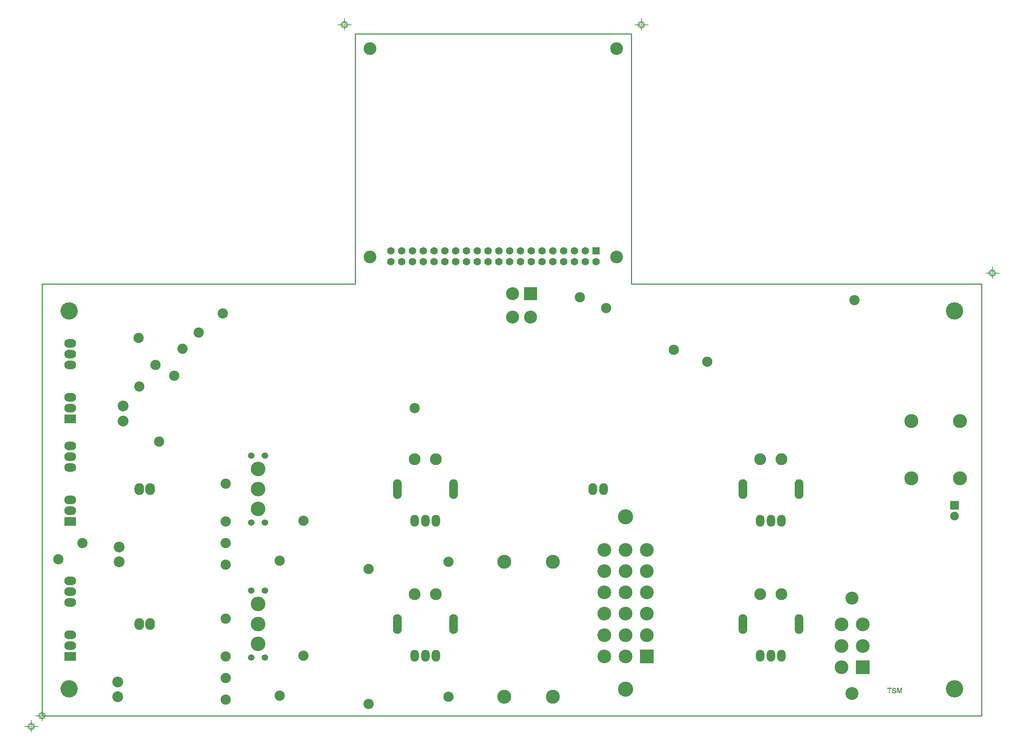
<source format=gbr>
*
*
G04 PADS VX.2.2 Build Number: 7607494 generated Gerber (RS-274-X) file*
G04 PC Version=2.1*
*
%IN "D3005H100_A.PCB"*%
*
%MOIN*%
*
%FSLAX35Y35*%
*
*
*
*
G04 PC Standard Apertures*
*
*
G04 Thermal Relief Aperture macro.*
%AMTER*
1,1,$1,0,0*
1,0,$1-$2,0,0*
21,0,$3,$4,0,0,45*
21,0,$3,$4,0,0,135*
%
*
*
G04 Annular Aperture macro.*
%AMANN*
1,1,$1,0,0*
1,0,$2,0,0*
%
*
*
G04 Odd Aperture macro.*
%AMODD*
1,1,$1,0,0*
1,0,$1-0.005,0,0*
%
*
*
G04 PC Custom Aperture Macros*
*
*
*
*
*
*
G04 PC Aperture Table*
*
%ADD010C,0.01*%
%ADD012C,0.005*%
%ADD014C,0.1*%
%ADD015C,0.08*%
%ADD017C,0.12*%
%ADD021C,0.06*%
%ADD022C,0.07*%
%ADD032C,0.11*%
%ADD034C,0.13*%
%ADD036O,0.08X0.11*%
%ADD037O,0.11X0.08*%
%ADD052C,0.16*%
%ADD059C,0.001*%
%ADD061C,0.007*%
%ADD073R,0.07X0.07*%
%ADD108R,0.127X0.127*%
%ADD109C,0.127*%
%ADD110C,0.14*%
%ADD111R,0.08X0.08*%
%ADD112R,0.12X0.12*%
%ADD113O,0.09X0.11*%
%ADD114R,0.11X0.08*%
%ADD115O,0.078X0.11*%
%ADD116O,0.081X0.183*%
%ADD117C,0.135*%
%ADD118C,0.095*%
%ADD119C,0.118*%
*
*
*
*
G04 PC Circuitry*
G04 Layer Name D3005H100_A.PCB - circuitry*
%LPD*%
*
G54D59*
G01X896178Y125771D02*
X895260D01*
X894200Y122459*
X894066Y121992*
X893999Y121724*
X893906Y121714*
X893772Y121982*
X893770Y121989*
X893636Y122390*
X893635Y122391*
X892575Y125771*
X891657*
Y121050*
X892227*
Y125085*
X892325Y125100*
X893586Y121050*
X894183*
X895511Y125100*
X895608Y125085*
Y121050*
X896178*
Y125771*
X890753Y122340D02*
X890688Y122728D01*
X890560Y123048*
X890305Y123303*
X889914Y123498*
X889518Y123630*
X888918Y123764*
X888910Y123766*
X888578Y123899*
X888314Y123965*
X888310Y123966*
X888109Y124033*
X888080Y124058*
X888017Y124185*
X887889Y124313*
X887876Y124336*
X887809Y124604*
X887807Y124616*
X887809Y124628*
X887876Y124896*
X887884Y124914*
X888085Y125182*
X888106Y125198*
X888441Y125332*
X888453Y125335*
X888922Y125402*
X888922D02*
X888937D01*
X889339Y125335*
X889349Y125332*
X889684Y125198*
X889701Y125187*
X889968Y124919*
X889982Y124892*
X890042Y124532*
X890611*
X890554Y124870*
X890426Y125191*
X890171Y125446*
X889780Y125641*
X889386Y125772*
X888862Y125838*
X888404Y125773*
X888012Y125642*
X887687Y125447*
X887431Y125191*
X887303Y124870*
X887238Y124549*
X887302Y124231*
X887429Y123976*
X887620Y123785*
X888278Y123390*
X889610Y123057*
X889621Y123054*
X889888Y122920*
X889908Y122903*
X890042Y122702*
X890046Y122693*
X890180Y122358*
X890184Y122339*
Y122138*
X890179Y122116*
X890045Y121848*
X890035Y121835*
X889901Y121701*
X889888Y121692*
X889621Y121558*
X889609Y121554*
X889006Y121420*
X888996Y121419*
X888661*
X888642Y121422*
X888307Y121556*
X888296Y121563*
X888028Y121764*
X888023Y121768*
X887822Y121969*
X887811Y121986*
X887677Y122321*
X887674Y122329*
X887615Y122624*
X887044*
X887102Y122219*
X887298Y121763*
X887557Y121439*
X887945Y121180*
X888469Y121049*
X889062Y120983*
X889520Y121049*
X889914Y121180*
X890303Y121375*
X890559Y121695*
X890688Y122019*
X890753Y122340*
X886468Y125771D02*
X882684D01*
Y125336*
X884241*
X884291Y125286*
Y121050*
X884861*
Y125286*
X884911Y125336*
X886468*
Y125771*
X882700Y125336D02*
Y125771D01*
X882800Y125336D02*
Y125771D01*
X882900Y125336D02*
Y125771D01*
X883000Y125336D02*
Y125771D01*
X883100Y125336D02*
Y125771D01*
X883200Y125336D02*
Y125771D01*
X883300Y125336D02*
Y125771D01*
X883400Y125336D02*
Y125771D01*
X883500Y125336D02*
Y125771D01*
X883600Y125336D02*
Y125771D01*
X883700Y125336D02*
Y125771D01*
X883800Y125336D02*
Y125771D01*
X883900Y125336D02*
Y125771D01*
X884000Y125336D02*
Y125771D01*
X884100Y125336D02*
Y125771D01*
X884200Y125336D02*
Y125771D01*
X884300Y121050D02*
Y125771D01*
X884400Y121050D02*
Y125771D01*
X884500Y121050D02*
Y125771D01*
X884600Y121050D02*
Y125771D01*
X884700Y121050D02*
Y125771D01*
X884800Y121050D02*
Y125771D01*
X884900Y125335D02*
Y125771D01*
X885000Y125336D02*
Y125771D01*
X885100Y125336D02*
Y125771D01*
X885200Y125336D02*
Y125771D01*
X885300Y125336D02*
Y125771D01*
X885400Y125336D02*
Y125771D01*
X885500Y125336D02*
Y125771D01*
X885600Y125336D02*
Y125771D01*
X885700Y125336D02*
Y125771D01*
X885800Y125336D02*
Y125771D01*
X885900Y125336D02*
Y125771D01*
X886000Y125336D02*
Y125771D01*
X886100Y125336D02*
Y125771D01*
X886200Y125336D02*
Y125771D01*
X886300Y125336D02*
Y125771D01*
X886400Y125336D02*
Y125771D01*
X887100Y122234D02*
Y122624D01*
X887200Y121991D02*
Y122624D01*
X887300Y121760D02*
Y122624D01*
Y124242D02*
Y124857D01*
X887400Y121635D02*
Y122624D01*
Y124035D02*
Y125113D01*
X887500Y121510D02*
Y122624D01*
Y123906D02*
Y125260D01*
X887600Y121410D02*
Y122624D01*
Y123806D02*
Y125360D01*
X887700Y121343D02*
Y122263D01*
Y123737D02*
Y125455D01*
X887800Y121277D02*
Y122013D01*
Y123677D02*
Y125515D01*
X887900Y121210D02*
Y121891D01*
Y123617D02*
Y124302D01*
Y124935D02*
Y125575D01*
X888000Y121166D02*
Y121791D01*
Y123557D02*
Y124202D01*
Y125068D02*
Y125635D01*
X888100Y121141D02*
Y121710D01*
Y123497D02*
Y124037D01*
Y125195D02*
Y125671D01*
X888200Y121116D02*
Y121635D01*
Y123437D02*
Y124003D01*
Y125236D02*
Y125704D01*
X888300Y121091D02*
Y121560D01*
Y123385D02*
Y123969D01*
Y125276D02*
Y125738D01*
X888400Y121066D02*
Y121519D01*
Y123360D02*
Y123943D01*
Y125316D02*
Y125771D01*
X888500Y121046D02*
Y121479D01*
Y123335D02*
Y123918D01*
Y125342D02*
Y125786D01*
X888600Y121035D02*
Y121439D01*
Y123310D02*
Y123890D01*
Y125356D02*
Y125801D01*
X888700Y121024D02*
Y121419D01*
Y123285D02*
Y123850D01*
Y125371D02*
Y125815D01*
X888800Y121013D02*
Y121419D01*
Y123260D02*
Y123810D01*
Y125385D02*
Y125829D01*
X888900Y121001D02*
Y121419D01*
Y123235D02*
Y123770D01*
Y125399D02*
Y125833D01*
X889000Y120990D02*
Y121419D01*
Y123210D02*
Y123745D01*
Y125391D02*
Y125821D01*
X889100Y120989D02*
Y121441D01*
Y123185D02*
Y123723D01*
Y125375D02*
Y125808D01*
X889200Y121003D02*
Y121463D01*
Y123160D02*
Y123701D01*
Y125358D02*
Y125796D01*
X889300Y121017D02*
Y121485D01*
Y123135D02*
Y123679D01*
Y125341D02*
Y125783D01*
X889400Y121032D02*
Y121507D01*
Y123110D02*
Y123657D01*
Y125312D02*
Y125768D01*
X889500Y121046D02*
Y121530D01*
Y123085D02*
Y123634D01*
Y125272D02*
Y125734D01*
X889600Y121076D02*
Y121552D01*
Y123060D02*
Y123603D01*
Y125232D02*
Y125701D01*
X889700Y121109D02*
Y121598D01*
Y123014D02*
Y123570D01*
Y125188D02*
Y125668D01*
X889800Y121142D02*
Y121648D01*
Y122964D02*
Y123536D01*
Y125088D02*
Y125631D01*
X889900Y121176D02*
Y121700D01*
Y122912D02*
Y123503D01*
Y124988D02*
Y125581D01*
X890000Y121223D02*
Y121800D01*
Y122764D02*
Y123455D01*
Y124786D02*
Y125531D01*
X890100Y121273D02*
Y121959D01*
Y122559D02*
Y123405D01*
Y124532D02*
Y125481D01*
X890200Y121323D02*
Y123355D01*
Y124532D02*
Y125417D01*
X890300Y121373D02*
Y123305D01*
Y124532D02*
Y125317D01*
X890400Y121496D02*
Y123208D01*
Y124532D02*
Y125217D01*
X890500Y121621D02*
Y123108D01*
Y124532D02*
Y125006D01*
X890600Y121798D02*
Y122948D01*
Y124532D02*
Y124596D01*
X890700Y122076D02*
Y122657D01*
X891700Y121050D02*
Y125771D01*
X891800Y121050D02*
Y125771D01*
X891900Y121050D02*
Y125771D01*
X892000Y121050D02*
Y125771D01*
X892100Y121050D02*
Y125771D01*
X892200Y121050D02*
Y125771D01*
X892300Y125129D02*
Y125771D01*
X892400Y124857D02*
Y125771D01*
X892500Y124536D02*
Y125771D01*
X892600Y124215D02*
Y125691D01*
X892700Y123894D02*
Y125373D01*
X892800Y123573D02*
Y125054D01*
X892900Y123252D02*
Y124735D01*
X893000Y122931D02*
Y124416D01*
X893100Y122610D02*
Y124098D01*
X893200Y122289D02*
Y123779D01*
X893300Y121968D02*
Y123460D01*
X893400Y121647D02*
Y123141D01*
X893500Y121326D02*
Y122823D01*
X893600Y121050D02*
Y122504D01*
X893700Y121050D02*
Y122197D01*
X893800Y121050D02*
Y121927D01*
X893900Y121050D02*
Y121727D01*
X894000Y121050D02*
Y121727D01*
X894100Y121050D02*
Y122110D01*
X894200Y121103D02*
Y122460D01*
X894300Y121408D02*
Y122772D01*
X894400Y121713D02*
Y123085D01*
X894500Y122018D02*
Y123397D01*
X894600Y122323D02*
Y123710D01*
X894700Y122628D02*
Y124022D01*
X894800Y122933D02*
Y124335D01*
X894900Y123238D02*
Y124647D01*
X895000Y123543D02*
Y124960D01*
X895100Y123848D02*
Y125272D01*
X895200Y124153D02*
Y125585D01*
X895300Y124458D02*
Y125771D01*
X895400Y124763D02*
Y125771D01*
X895500Y125068D02*
Y125771D01*
X895600Y125112D02*
Y125771D01*
X895700Y121050D02*
Y125771D01*
X895800Y121050D02*
Y125771D01*
X895900Y121050D02*
Y125771D01*
X896000Y121050D02*
Y125771D01*
X896100Y121050D02*
Y125771D01*
*
G04 PC Custom Flashes*
G04 Layer Name D3005H100_A.PCB - flashes*
%LPD*%
*
*
G04 PC Circuitry*
G04 Layer Name D3005H100_A.PCB - circuitry*
%LPD*%
*
G54D10*
X100000Y100000D02*
X970000D01*
Y500000*
X645900*
Y731600*
X390000*
Y500000*
X100000*
Y100000*
G54D12*
X980000Y510000D02*
Y510500D01*
Y510000D02*
X980500D01*
X980000D02*
Y509500D01*
Y510000D02*
X979500D01*
X981500D02*
X986500D01*
X980000Y508500D02*
Y505100D01*
Y511500D02*
Y516000D01*
X974000Y510000D02*
X978500D01*
X983000D02*
G75*
G03X983000I-3000J0D01*
G01X982000D02*
G03X982000I-2000J0D01*
G01X655000Y740000D02*
Y740500D01*
Y740000D02*
X655500D01*
X655000D02*
Y739500D01*
Y740000D02*
X654500D01*
X656500D02*
X661500D01*
X655000Y738500D02*
Y735100D01*
Y741500D02*
Y746000D01*
X649000Y740000D02*
X653500D01*
X658000D02*
G03X658000I-3000J0D01*
G01X657000D02*
G03X657000I-2000J0D01*
G01X380000D02*
Y740500D01*
Y740000D02*
X380500D01*
X380000D02*
Y739500D01*
Y740000D02*
X379500D01*
X381500D02*
X386500D01*
X380000Y738500D02*
Y735100D01*
Y741500D02*
Y746000D01*
X374000Y740000D02*
X378500D01*
X383000D02*
G03X383000I-3000J0D01*
G01X382000D02*
G03X382000I-2000J0D01*
G54D14*
G01X171500Y242500D03*
Y256300D03*
X170000Y117500D03*
Y131300D03*
X175000Y373000D03*
Y386800D03*
G54D15*
X945000Y285000D03*
G54D17*
X850150Y120600D03*
Y208800D03*
X552250Y469150D03*
X535750Y490850D03*
Y469150D03*
G54D21*
X293750Y341000D03*
X306250D03*
X293750Y279000D03*
X306250D03*
X293750Y216000D03*
X306250D03*
X293750Y154000D03*
X306250D03*
G54D22*
X613000Y520600D03*
X603000Y530600D03*
Y520600D03*
X593000Y530600D03*
Y520600D03*
X583000Y530600D03*
Y520600D03*
X573000Y530600D03*
Y520600D03*
X563000Y530600D03*
Y520600D03*
X553000Y530600D03*
Y520600D03*
X543000Y530600D03*
Y520600D03*
X533000Y530600D03*
Y520600D03*
X523000Y530600D03*
Y520600D03*
X513000Y530600D03*
Y520600D03*
X503000Y530600D03*
Y520600D03*
X493000Y530600D03*
Y520600D03*
X483000Y530600D03*
Y520600D03*
X473000Y530600D03*
Y520600D03*
X463000Y530600D03*
Y520600D03*
X453000Y530600D03*
Y520600D03*
X443000Y530600D03*
Y520600D03*
X433000Y530600D03*
Y520600D03*
X423000Y530600D03*
Y520600D03*
G54D32*
X464850Y337600D03*
X445150D03*
X464850Y212600D03*
X445150D03*
X784850Y337600D03*
X765150D03*
X784850Y212600D03*
X765150D03*
G54D34*
X950000Y373000D03*
X905000D03*
X950000Y320000D03*
X905000D03*
X573000Y242500D03*
X528000D03*
X573000Y117500D03*
X528000D03*
G54D36*
X620000Y310000D03*
X610000D03*
G54D37*
X126000Y290000D03*
Y300000D03*
Y330000D03*
Y340000D03*
Y350000D03*
Y165000D03*
Y175000D03*
Y205000D03*
Y215000D03*
Y225000D03*
Y385000D03*
Y395000D03*
Y425000D03*
Y435000D03*
Y445000D03*
G54D52*
X125000Y125000D03*
Y475000D03*
X945000Y125000D03*
Y475000D03*
G54D59*
G54D61*
X100000Y100000D02*
Y100500D01*
Y100000D02*
X100500D01*
X100000D02*
Y99500D01*
Y100000D02*
X99500D01*
X101500D02*
X106500D01*
X100000Y98500D02*
Y95100D01*
Y101500D02*
Y106000D01*
X94000Y100000D02*
X98500D01*
X103000D02*
G03X103000I-3000J0D01*
G01X102000D02*
G03X102000I-2000J0D01*
G01X90000Y90000D02*
Y90500D01*
Y90000D02*
X90500D01*
X90000D02*
Y89500D01*
Y90000D02*
X89500D01*
X91500D02*
X96500D01*
X90000Y88500D02*
Y85100D01*
Y91500D02*
Y96000D01*
X84000Y90000D02*
X88500D01*
X93000D02*
G03X93000I-3000J0D01*
G01X92000D02*
G03X92000I-2000J0D01*
G54D73*
G01X613000Y530600D03*
G54D108*
X660000Y155000D03*
X860000Y145000D03*
G54D109*
X640300Y155000D03*
X620600D03*
X660000Y174700D03*
X640300D03*
X620600D03*
X660000Y194400D03*
X640300D03*
X620600D03*
X660000Y214100D03*
X640300D03*
X620600D03*
X660000Y233800D03*
X640300D03*
X620600D03*
X660000Y253500D03*
X640300D03*
X620600D03*
X840300Y145000D03*
X860000Y164700D03*
X840300D03*
X860000Y184400D03*
X840300D03*
G54D110*
X640300Y124500D03*
Y284300D03*
G54D111*
X945000Y295000D03*
G54D112*
X552250Y490850D03*
G54D113*
X190000Y310000D03*
X200000D03*
X190000Y185000D03*
X200000D03*
G54D114*
X126000Y280000D03*
Y155000D03*
Y375000D03*
G54D115*
X445150Y280500D03*
X455000D03*
X464850D03*
X445150Y155500D03*
X455000D03*
X464850D03*
X765150Y280500D03*
X775000D03*
X784850D03*
X765150Y155500D03*
X775000D03*
X784850D03*
G54D116*
X429000Y310028D03*
X481000Y310000D03*
X429000Y185028D03*
X481000Y185000D03*
X749000Y310028D03*
X801000Y310000D03*
X749000Y185028D03*
X801000Y185000D03*
G54D117*
X300000Y291500D03*
Y310000D03*
Y328500D03*
Y166500D03*
Y185000D03*
Y203500D03*
G54D118*
X852500Y485000D03*
X402500Y111000D03*
X320000Y118500D03*
X115000Y245000D03*
X208500Y354000D03*
X205000Y425000D03*
X189500Y450000D03*
X342000Y280500D03*
X476500Y242500D03*
X342000Y155500D03*
X476500Y117500D03*
X267500Y472500D03*
X270000Y315000D03*
Y190000D03*
X598000Y487500D03*
X445000Y385000D03*
X230000Y440000D03*
X245000Y455000D03*
X270000Y280000D03*
Y260000D03*
Y240000D03*
Y155000D03*
X716000Y428000D03*
X270000Y135000D03*
Y115000D03*
X685000Y439000D03*
X222500Y415000D03*
X190000Y405000D03*
X402500Y236000D03*
X320000Y243500D03*
X137500Y260000D03*
X622500Y477500D03*
G54D119*
X403800Y524900D03*
Y717800D03*
X632100Y524900D03*
Y717800D03*
G74*
X0Y0D02*
M02*

</source>
